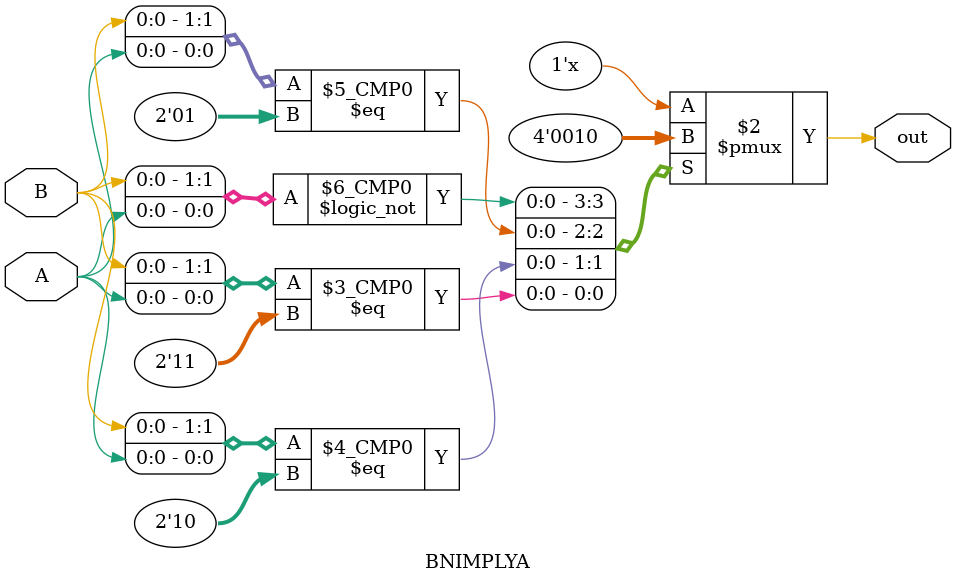
<source format=v>


module BNIMPLYA(output out,input A,B);
always@(B,A)
 begin
  case({B,A})
   2'b00: {out} = 1'b0;
   2'b01: {out} = 1'b0;
   2'b10: {out} = 1'b1;
   2'b11: {out} = 1'b0;
  endcase
 end
endmodule


</source>
